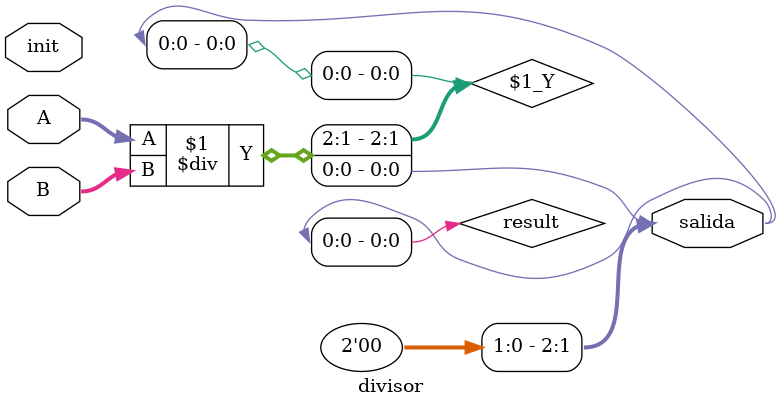
<source format=v>
`timescale 1ns / 1ps


module divisor(
    input [2:0] A,
    input [2:0] B,
    output  [2:0] salida,
    input init
    );
    wire result;
    assign salida=result;
    assign result= A/B;
endmodule

</source>
